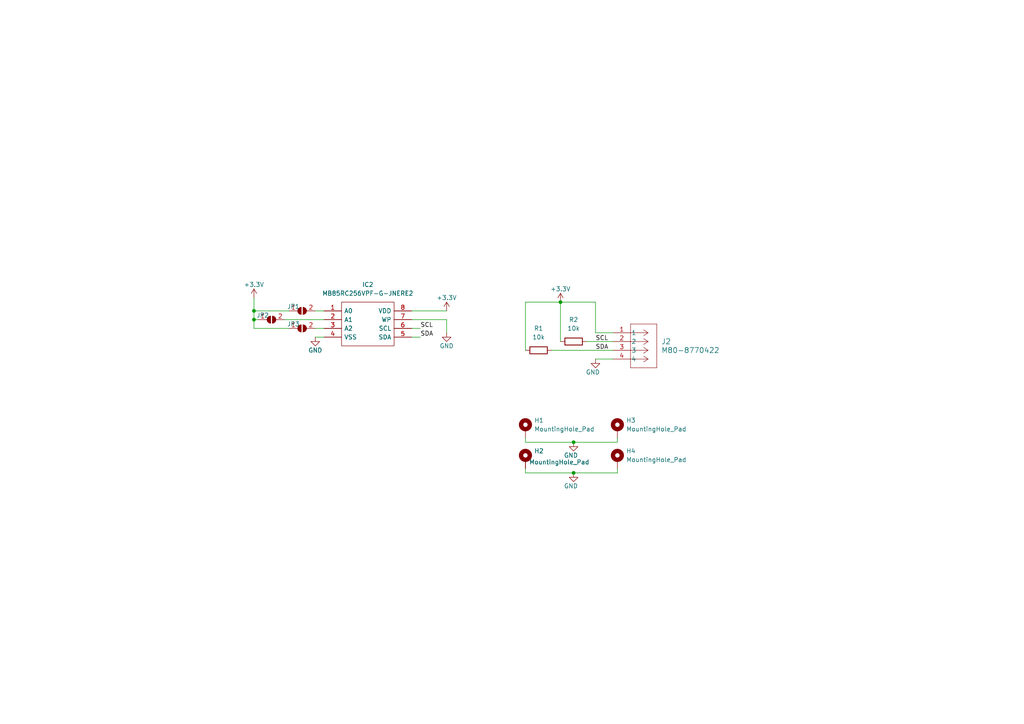
<source format=kicad_sch>
(kicad_sch (version 20231120) (generator "eeschema") (generator_version "8.0")
  (paper "A4")
  (title_block (title "FRAM") (rev "1") (company "USST Avionics") (comment 1 "Edited: Bristine") (comment 2 "Created: Ven"))
  (lib_symbols
    (symbol "Device:R" (pin_numbers hide) (pin_names (offset 0))
      (property "Reference" "R" (at 2.032 0 90))
      (property "Value" "R" (at 0 0 90))
      (symbol "R_0_1"
        (rectangle (start -1.016 -2.54) (end 1.016 2.54) (stroke (width 0.254)))
      )
      (symbol "R_1_1"
        (pin passive line (at 0 3.81 270) (length 1.27) (name "~") (number "1"))
        (pin passive line (at 0 -3.81 90) (length 1.27) (name "~") (number "2"))
      )
    )
    (symbol "Harwin-M80-8770422:M80-8770422" (pin_names (offset 0.254))
      (property "Reference" "J" (at 8.89 6.35 0))
      (property "Value" "M80-8770422" (at 0 0 0))
      (symbol "M80-8770422_1_1"
        (polyline (pts (xy 5.08 -10.16) (xy 12.7 -10.16)) (stroke (width 0.127)))
        (polyline (pts (xy 5.08 2.54) (xy 5.08 -10.16)) (stroke (width 0.127)))
        (polyline (pts (xy 10.16 -7.62) (xy 5.08 -7.62)) (stroke (width 0.127)))
        (polyline (pts (xy 10.16 -7.62) (xy 8.89 -8.4667)) (stroke (width 0.127)))
        (polyline (pts (xy 10.16 -7.62) (xy 8.89 -6.7733)) (stroke (width 0.127)))
        (polyline (pts (xy 10.16 -5.08) (xy 5.08 -5.08)) (stroke (width 0.127)))
        (polyline (pts (xy 10.16 -5.08) (xy 8.89 -5.9267)) (stroke (width 0.127)))
        (polyline (pts (xy 10.16 -5.08) (xy 8.89 -4.2333)) (stroke (width 0.127)))
        (polyline (pts (xy 10.16 -2.54) (xy 5.08 -2.54)) (stroke (width 0.127)))
        (polyline (pts (xy 10.16 -2.54) (xy 8.89 -3.3867)) (stroke (width 0.127)))
        (polyline (pts (xy 10.16 -2.54) (xy 8.89 -1.6933)) (stroke (width 0.127)))
        (polyline (pts (xy 10.16 0) (xy 5.08 0)) (stroke (width 0.127)))
        (polyline (pts (xy 10.16 0) (xy 8.89 -0.8467)) (stroke (width 0.127)))
        (polyline (pts (xy 10.16 0) (xy 8.89 0.8467)) (stroke (width 0.127)))
        (polyline (pts (xy 12.7 -10.16) (xy 12.7 2.54)) (stroke (width 0.127)))
        (polyline (pts (xy 12.7 2.54) (xy 5.08 2.54)) (stroke (width 0.127)))
        (pin unspecified line (at 0 0 0) (length 5.08) (name "1") (number "1"))
        (pin unspecified line (at 0 -2.54 0) (length 5.08) (name "2") (number "2"))
        (pin unspecified line (at 0 -5.08 0) (length 5.08) (name "3") (number "3"))
        (pin unspecified line (at 0 -7.62 0) (length 5.08) (name "4") (number "4"))
      )
      (symbol "M80-8770422_1_2"
        (polyline (pts (xy 5.08 -10.16) (xy 12.7 -10.16)) (stroke (width 0.127)))
        (polyline (pts (xy 5.08 2.54) (xy 5.08 -10.16)) (stroke (width 0.127)))
        (polyline (pts (xy 7.62 -7.62) (xy 5.08 -7.62)) (stroke (width 0.127)))
        (polyline (pts (xy 7.62 -7.62) (xy 8.89 -8.4667)) (stroke (width 0.127)))
        (polyline (pts (xy 7.62 -7.62) (xy 8.89 -6.7733)) (stroke (width 0.127)))
        (polyline (pts (xy 7.62 -5.08) (xy 5.08 -5.08)) (stroke (width 0.127)))
        (polyline (pts (xy 7.62 -5.08) (xy 8.89 -5.9267)) (stroke (width 0.127)))
        (polyline (pts (xy 7.62 -5.08) (xy 8.89 -4.2333)) (stroke (width 0.127)))
        (polyline (pts (xy 7.62 -2.54) (xy 5.08 -2.54)) (stroke (width 0.127)))
        (polyline (pts (xy 7.62 -2.54) (xy 8.89 -3.3867)) (stroke (width 0.127)))
        (polyline (pts (xy 7.62 -2.54) (xy 8.89 -1.6933)) (stroke (width 0.127)))
        (polyline (pts (xy 7.62 0) (xy 5.08 0)) (stroke (width 0.127)))
        (polyline (pts (xy 7.62 0) (xy 8.89 -0.8467)) (stroke (width 0.127)))
        (polyline (pts (xy 7.62 0) (xy 8.89 0.8467)) (stroke (width 0.127)))
        (polyline (pts (xy 12.7 -10.16) (xy 12.7 2.54)) (stroke (width 0.127)))
        (polyline (pts (xy 12.7 2.54) (xy 5.08 2.54)) (stroke (width 0.127)))
        (pin unspecified line (at 0 0 0) (length 5.08) (name "1") (number "1"))
        (pin unspecified line (at 0 -2.54 0) (length 5.08) (name "2") (number "2"))
        (pin unspecified line (at 0 -5.08 0) (length 5.08) (name "3") (number "3"))
        (pin unspecified line (at 0 -7.62 0) (length 5.08) (name "4") (number "4"))
      )
    )
    (symbol "Jumper:SolderJumper_2_Open" (pin_names (offset 0) hide)
      (property "Reference" "JP" (at 0 2.032 0))
      (property "Value" "SolderJumper_2_Open" (at 0 -2.54 0))
      (symbol "SolderJumper_2_Open_0_1"
        (arc (start -0.254 1.016) (mid -1.2656 0) (end -0.254 -1.016))
        (arc (start -0.254 1.016) (mid -1.2656 0) (end -0.254 -1.016) (fill (type outline)))
        (polyline (pts (xy -0.254 1.016) (xy -0.254 -1.016)))
        (polyline (pts (xy 0.254 1.016) (xy 0.254 -1.016)))
        (arc (start 0.254 -1.016) (mid 1.2656 0) (end 0.254 1.016))
        (arc (start 0.254 -1.016) (mid 1.2656 0) (end 0.254 1.016) (fill (type outline)))
      )
      (symbol "SolderJumper_2_Open_1_1"
        (pin passive line (at -3.81 0 0) (length 2.54) (name "A") (number "1"))
        (pin passive line (at 3.81 0 180) (length 2.54) (name "B") (number "2"))
      )
    )
    (symbol "LibraryLoader:MB85RC256VPF-G-JNERE2" (pin_names (offset 0.762))
      (property "Reference" "IC" (at 21.59 7.62 0))
      (property "Value" "MB85RC256VPF-G-JNERE2" (at 21.59 5.08 0))
      (symbol "MB85RC256VPF-G-JNERE2_0_0"
        (pin input line (at 0 0 0) (length 5.08) (name "A0") (number "1"))
        (pin input line (at 0 -2.54 0) (length 5.08) (name "A1") (number "2"))
        (pin input line (at 0 -5.08 0) (length 5.08) (name "A2") (number "3"))
        (pin power_in line (at 0 -7.62 0) (length 5.08) (name "VSS") (number "4"))
        (pin bidirectional line (at 25.4 -7.62 180) (length 5.08) (name "SDA") (number "5"))
        (pin input line (at 25.4 -5.08 180) (length 5.08) (name "SCL") (number "6"))
        (pin input line (at 25.4 -2.54 180) (length 5.08) (name "WP") (number "7"))
        (pin power_in line (at 25.4 0 180) (length 5.08) (name "VDD") (number "8"))
      )
      (symbol "MB85RC256VPF-G-JNERE2_0_1"
        (polyline (pts (xy 5.08 2.54) (xy 20.32 2.54) (xy 20.32 -10.16) (xy 5.08 -10.16) (xy 5.08 2.54)) (stroke (width 0.1524)))
      )
    )
    (symbol "Mechanical:MountingHole_Pad" (pin_numbers hide) (pin_names (offset 1.016) hide)
      (property "Reference" "H" (at 0 6.35 0))
      (property "Value" "MountingHole_Pad" (at 0 4.445 0))
      (symbol "MountingHole_Pad_0_1"
        (circle (center 0 1.27) (radius 1.27) (stroke (width 1.27)))
      )
      (symbol "MountingHole_Pad_1_1"
        (pin input line (at 0 -2.54 90) (length 2.54) (name "1") (number "1"))
      )
    )
    (symbol "power:+3.3V" (power) (pin_names (offset 0))
      (property "Value" "+3.3V" (at 0 3.556 0))
      (symbol "+3.3V_0_1"
        (polyline (pts (xy -0.762 1.27) (xy 0 2.54)))
        (polyline (pts (xy 0 0) (xy 0 2.54)))
        (polyline (pts (xy 0 2.54) (xy 0.762 1.27)))
      )
      (symbol "+3.3V_1_1"
        (pin power_in line (at 0 0 90) (length 0) hide (name "+3.3V") (number "1"))
      )
    )
    (symbol "power:GND" (power) (pin_names (offset 0))
      (property "Value" "GND" (at 0 -3.81 0))
      (symbol "GND_0_1"
        (polyline (pts (xy 0 0) (xy 0 -1.27) (xy 1.27 -1.27) (xy 0 -2.54) (xy -1.27 -1.27) (xy 0 -1.27)))
      )
      (symbol "GND_1_1"
        (pin power_in line (at 0 0 270) (length 0) hide (name "GND") (number "1"))
      )
    )
  )
  (junction (at 73.66 90.17))
  (junction (at 162.56 87.63))
  (junction (at 73.66 92.71))
  (junction (at 166.37 137.16))
  (junction (at 166.37 128.27))
  (wire (pts (xy 152.4 87.63) (xy 162.56 87.63)))
  (wire (pts (xy 162.56 87.63) (xy 172.72 87.63)))
  (wire (pts (xy 119.38 90.17) (xy 129.54 90.17)))
  (wire (pts (xy 179.07 137.16) (xy 179.07 135.89)))
  (wire (pts (xy 166.37 128.27) (xy 179.07 128.27)))
  (wire (pts (xy 83.82 90.17) (xy 73.66 90.17)))
  (wire (pts (xy 73.66 92.71) (xy 73.66 90.17)))
  (wire (pts (xy 172.72 87.63) (xy 172.72 96.52)))
  (wire (pts (xy 129.54 92.71) (xy 129.54 96.52)))
  (wire (pts (xy 170.18 99.06) (xy 177.8 99.06)))
  (wire (pts (xy 166.37 137.16) (xy 179.07 137.16)))
  (wire (pts (xy 73.66 90.17) (xy 73.66 86.36)))
  (wire (pts (xy 82.55 92.71) (xy 93.98 92.71)))
  (wire (pts (xy 74.93 92.71) (xy 73.66 92.71)))
  (wire (pts (xy 73.66 95.25) (xy 73.66 92.71)))
  (wire (pts (xy 152.4 101.6) (xy 152.4 87.63)))
  (wire (pts (xy 152.4 137.16) (xy 166.37 137.16)))
  (wire (pts (xy 172.72 96.52) (xy 177.8 96.52)))
  (wire (pts (xy 152.4 135.89) (xy 152.4 137.16)))
  (wire (pts (xy 83.82 95.25) (xy 73.66 95.25)))
  (wire (pts (xy 91.44 90.17) (xy 93.98 90.17)))
  (wire (pts (xy 160.02 101.6) (xy 177.8 101.6)))
  (wire (pts (xy 121.92 95.25) (xy 119.38 95.25)))
  (wire (pts (xy 119.38 92.71) (xy 129.54 92.71)))
  (wire (pts (xy 121.92 97.79) (xy 119.38 97.79)))
  (wire (pts (xy 152.4 127) (xy 152.4 128.27)))
  (wire (pts (xy 172.72 104.14) (xy 177.8 104.14)))
  (wire (pts (xy 152.4 128.27) (xy 166.37 128.27)))
  (wire (pts (xy 179.07 127) (xy 179.07 128.27)))
  (wire (pts (xy 162.56 99.06) (xy 162.56 87.63)))
  (wire (pts (xy 91.44 95.25) (xy 93.98 95.25)))
  (wire (pts (xy 91.44 97.79) (xy 93.98 97.79)))
  (label "SCL" (at 121.92 95.25 0))
  (label "SCL" (at 172.72 99.06 0))
  (label "SDA" (at 172.72 101.6 0))
  (label "SDA" (at 121.92 97.79 0))
  (symbol (lib_id "power:GND") (at 91.44 97.79 0) (unit 1)
    (property "Reference" "#PWR05" (effects (hide yes)))
    (property "Value" "GND" (at 91.44 101.6 0))
  )
  (symbol (lib_id "Device:R") (at 166.37 99.06 90) (unit 1)
    (property "Reference" "R2" (at 166.37 92.71 90))
    (property "Value" "10k" (at 166.37 95.25 90))
    (property "Footprint" "Resistor_SMD:R_0201_0603Metric_Pad0.64x0.40mm_HandSolder" (effects (hide yes)))
  )
  (symbol (lib_id "power:GND") (at 129.54 96.52 0) (unit 1)
    (property "Reference" "#PWR01" (effects (hide yes)))
    (property "Value" "GND" (at 129.54 100.33 0))
  )
  (symbol (lib_id "Jumper:SolderJumper_2_Open") (at 87.63 90.17 0) (unit 1)
    (property "Reference" "JP1" (at 85.09 88.9 0))
    (property "Value" "SolderJumper_2_Open" (effects (hide yes)))
    (property "Footprint" "Jumper:SolderJumper-2_P1.3mm_Open_RoundedPad1.0x1.5mm" (effects (hide yes)))
  )
  (symbol (lib_id "Jumper:SolderJumper_2_Open") (at 87.63 95.25 0) (unit 1)
    (property "Reference" "JP3" (at 85.09 93.98 0))
    (property "Value" "SolderJumper_2_Open" (effects (hide yes)))
    (property "Footprint" "Jumper:SolderJumper-2_P1.3mm_Open_RoundedPad1.0x1.5mm" (effects (hide yes)))
  )
  (symbol (lib_id "Mechanical:MountingHole_Pad") (at 179.07 133.35 0) (unit 1)
    (property "Reference" "H4" (at 181.61 130.8099 0) (effects (justify left)))
    (property "Value" "MountingHole_Pad" (at 181.61 133.3499 0) (effects (justify left)))
    (property "Footprint" "Mounting_Wuerth:Mounting_Wuerth_WA-SMSI-M1.6_H1mm_9774010633" (effects (hide yes)))
    (property "Description" "Mounting Hole with connection" (effects (hide yes)))
  )
  (symbol (lib_id "power:+3.3V") (at 162.56 87.63 0) (unit 1)
    (property "Reference" "#PWR02" (effects (hide yes)))
    (property "Value" "+3.3V" (at 162.56 83.82 0))
  )
  (symbol (lib_id "Mechanical:MountingHole_Pad") (at 152.4 133.35 0) (unit 1)
    (property "Reference" "H2" (at 154.94 130.8099 0) (effects (justify left)))
    (property "Value" "MountingHole_Pad" (at 153.4623 134.0325 0) (effects (justify left)))
    (property "Footprint" "Mounting_Wuerth:Mounting_Wuerth_WA-SMSI-M1.6_H1mm_9774010633" (effects (hide yes)))
    (property "Description" "Mounting Hole with connection" (effects (hide yes)))
  )
  (symbol (lib_id "Mechanical:MountingHole_Pad") (at 152.4 124.46 0) (unit 1)
    (property "Reference" "H1" (at 154.94 121.9199 0) (effects (justify left)))
    (property "Value" "MountingHole_Pad" (at 154.94 124.4599 0) (effects (justify left)))
    (property "Footprint" "Mounting_Wuerth:Mounting_Wuerth_WA-SMSI-M1.6_H1mm_9774010633" (effects (hide yes)))
    (property "Description" "Mounting Hole with connection" (effects (hide yes)))
  )
  (symbol (lib_id "Harwin-M80-8770422:M80-8770422") (at 177.8 96.52 0) (unit 1)
    (property "Reference" "J2" (at 191.77 99.0599 0) (effects (font (size 1.524 1.524)) (justify left)))
    (property "Value" "M80-8770422" (at 191.77 101.5999 0) (effects (font (size 1.524 1.524)) (justify left)))
    (property "Footprint" "Harwin-M80-8770422:CONN_M80-87704_HRW" (effects (hide yes)))
    (property "Datasheet" "M80-8770422" (effects (hide yes)))
  )
  (symbol (lib_id "Device:R") (at 156.21 101.6 90) (unit 1)
    (property "Reference" "R1" (at 156.21 95.25 90))
    (property "Value" "10k" (at 156.21 97.79 90))
    (property "Footprint" "Resistor_SMD:R_0201_0603Metric_Pad0.64x0.40mm_HandSolder" (effects (hide yes)))
  )
  (symbol (lib_id "power:+3.3V") (at 73.66 86.36 0) (unit 1)
    (property "Reference" "#PWR06" (effects (hide yes)))
    (property "Value" "+3.3V" (at 73.66 82.55 0))
  )
  (symbol (lib_id "Jumper:SolderJumper_2_Open") (at 78.74 92.71 0) (unit 1)
    (property "Reference" "JP2" (at 76.2 91.44 0))
    (property "Value" "SolderJumper_2_Open" (effects (hide yes)))
    (property "Footprint" "Jumper:SolderJumper-2_P1.3mm_Open_RoundedPad1.0x1.5mm" (effects (hide yes)))
  )
  (symbol (lib_id "power:+3.3V") (at 129.54 90.17 0) (unit 1)
    (property "Reference" "#PWR04" (effects (hide yes)))
    (property "Value" "+3.3V" (at 129.54 86.36 0))
  )
  (symbol (lib_id "power:GND") (at 166.37 137.16 0) (unit 1)
    (property "Reference" "#PWR08" (effects (hide yes)))
    (property "Value" "GND" (at 167.64 140.97 0) (effects (justify right)))
  )
  (symbol (lib_id "power:GND") (at 166.37 128.27 0) (unit 1)
    (property "Reference" "#PWR07" (effects (hide yes)))
    (property "Value" "GND" (at 167.64 132.08 0) (effects (justify right)))
  )
  (symbol (lib_id "LibraryLoader:MB85RC256VPF-G-JNERE2") (at 93.98 90.17 0) (unit 1)
    (property "Reference" "IC2" (at 106.68 82.55 0))
    (property "Value" "MB85RC256VPF-G-JNERE2" (at 106.68 85.09 0))
    (property "Footprint" "FRAM:FPT-8P-M08_FUJ" (effects (hide yes)))
    (property "Datasheet" "http://www.fujitsu.com/us/Images/MB85RC256V-DS501-00017-3v0-E.pdf" (effects (hide yes)))
    (property "Description" "Memory FRAM 256K (32K x 8) Bit I2C" (effects (hide yes)))
    (property "Height" "2.1" (effects (hide yes)))
    (property "Manufacturer_Name" "FUJITSU" (effects (hide yes)))
    (property "Manufacturer_Part_Number" "MB85RC256VPF-G-JNERE2" (effects (hide yes)))
    (property "Mouser Part Number" "249-MB85RC256VPJNRE2" (effects (hide yes)))
    (property "Mouser Price/Stock" "https://www.mouser.co.uk/ProductDetail/Fujitsu-Semiconductor/MB85RC256VPF-G-JNERE2?qs=Wj%2FVkw3K%252BMAGnaEHj2giGA%3D%3D" (effects (hide yes)))
  )
  (symbol (lib_id "power:GND") (at 172.72 104.14 0) (unit 1)
    (property "Reference" "#PWR03" (effects (hide yes)))
    (property "Value" "GND" (at 173.99 107.95 0) (effects (justify right)))
  )
  (symbol (lib_id "Mechanical:MountingHole_Pad") (at 179.07 124.46 0) (unit 1)
    (property "Reference" "H3" (at 181.61 121.9199 0) (effects (justify left)))
    (property "Value" "MountingHole_Pad" (at 181.61 124.4599 0) (effects (justify left)))
    (property "Footprint" "Mounting_Wuerth:Mounting_Wuerth_WA-SMSI-M1.6_H1mm_9774010633" (effects (hide yes)))
    (property "Description" "Mounting Hole with connection" (effects (hide yes)))
  )
)
</source>
